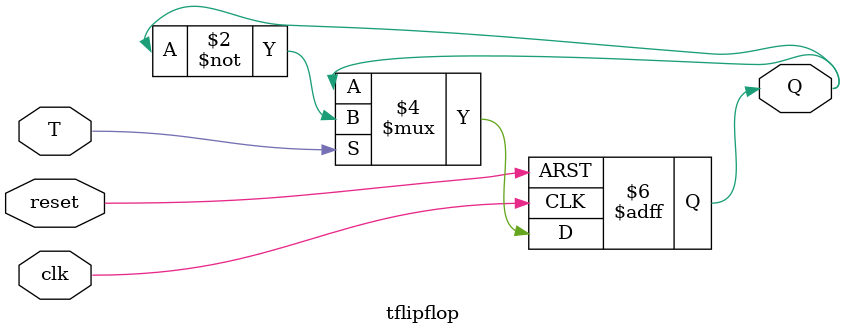
<source format=v>
module tflipflop (
    input T,       // Toggle input
    input clk,     // Clock signal
    input reset,   // Asynchronous reset
    output reg Q   // Output
);
    always @(posedge clk or posedge reset) begin
        if (reset)
            Q <= 1'b0;             // Reset output to 0
        else if (T)
            Q <= ~Q;               // Toggle output
        else
            Q <= Q;                // Hold state
    end
endmodule

</source>
